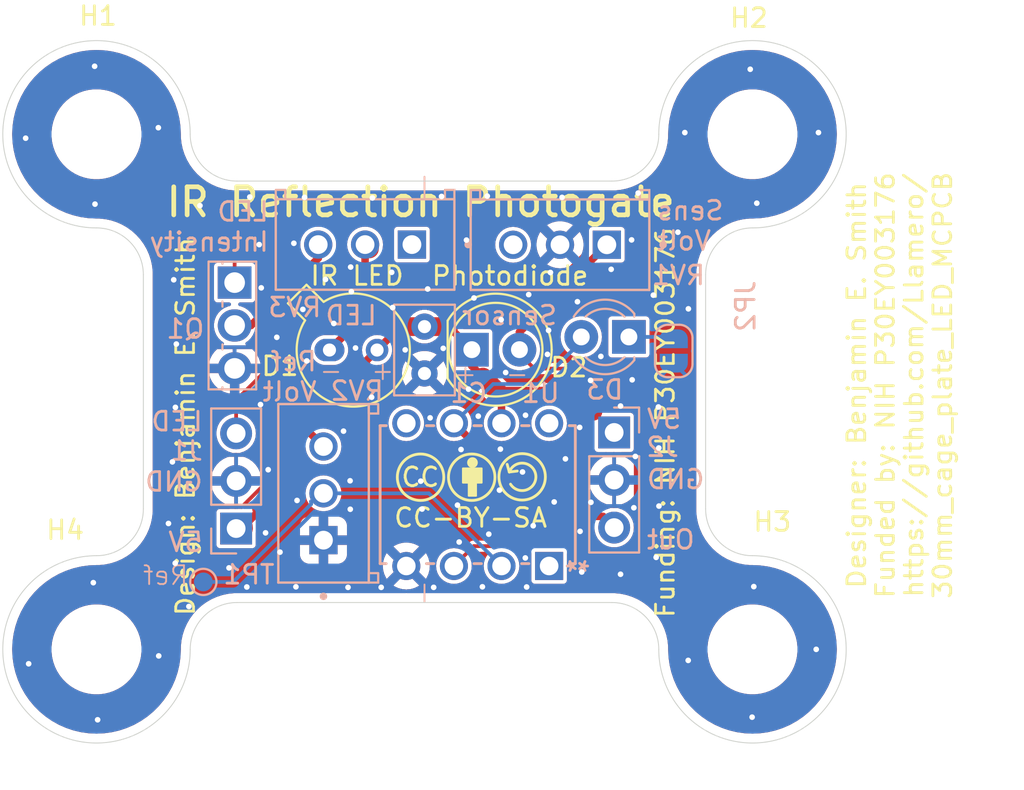
<source format=kicad_pcb>
(kicad_pcb (version 20240108) (generator "pcbnew") (generator_version "8.0")
  (layers (0 "F.Cu" signal) (31 "B.Cu" signal) (34 "B.Paste" user) (35 "F.Paste" user) (36 "B.SilkS" user "B.Silkscreen") (37 "F.SilkS" user "F.Silkscreen") (38 "B.Mask" user) (39 "F.Mask" user) (44 "Edge.Cuts" user))
  (net 0 "")
  (net 1 "/5V")
  (net 2 "GND")
  (net 3 "Net-(D1-K)")
  (net 4 "/Comp+")
  (net 5 "/LED control")
  (net 6 "/Trigger")
  (net 7 "Net-(Q1-D)")
  (net 9 "Net-(U1-VIN-)")
  (net 14 "Net-(D3-K)")
  (footprint "Custom:CC-BY-SA Symbol" (layer "F.Cu") (at 145.15 93.06)
    (property "Reference" "SYM1" (hide yes))
    (property "Value" "Logo_Open_Hardware_Small" (hide yes))
    (fp_line (start 1.76 -0.44) (end 1.875151 -0.02977) (stroke (width 0.15)) (layer "F.SilkS"))
    (fp_line (start 1.875151 -0.02977) (end 1.76 -0.44) (stroke (width 0.1)) (layer "F.SilkS"))
    (fp_line (start 1.875151 -0.02977) (end 2.3 -0.08) (stroke (width 0.15)) (layer "F.SilkS"))
    (fp_rect (start -0.6 -0.22) (end 0.4 0.54) (stroke (width 0.1)) (fill solid) (layer "F.SilkS"))
    (fp_rect (start -0.29 -0.18) (end 0.1 1.24) (stroke (width 0.1)) (fill solid) (layer "F.SilkS"))
    (fp_arc (start 1.875151 -0.02977) (mid 3.28884 0.157258) (end 1.940001 0.62) (stroke (width 0.15)) (layer "F.SilkS"))
    (fp_circle (center -2.86 0.25) (end -1.62 0.25) (stroke (width 0.15)) (fill none) (layer "F.SilkS"))
    (fp_circle (center -0.13 0.25) (end 1.11 0.25) (stroke (width 0.15)) (fill none) (layer "F.SilkS"))
    (fp_circle (center -0.09 -0.53) (end 0.145372 -0.53) (stroke (width 0.1)) (fill solid) (layer "F.SilkS"))
    (fp_circle (center 2.56 0.23) (end 3.8 0.23) (stroke (width 0.15)) (fill none) (layer "F.SilkS"))
    (fp_text user "CC" (at -3.97 0.83 0) (layer "F.SilkS") (effects (justify left bottom)))
    (fp_text user "CC-BY-SA" (at -4.36 3 0) (layer "F.SilkS") (effects (justify left bottom)))
  )
  (footprint "Custom:MountingHole_4.3mm_M4" (layer "F.Cu") (at 160 75)
    (property "Reference" "H2" (at -0.19 -6.21 0) (layer "F.SilkS"))
    (property "Value" "MountingHole")
    (pad "" np_thru_hole circle (at 0 0) (size 4.3 4.3) (drill 4.3) (layers "*.Cu" "*.Mask"))
  )
  (footprint "Custom:LED_D5.0mm - nIR" (layer "F.Cu") (at 145.025 86.5)
    (property "Reference" "D2" (at 5.175 0.95 0) (layer "F.SilkS"))
    (property "Value" "D_Photo")
    (fp_line (start -1.29 -1.545) (end -1.29 1.545) (stroke (width 0.12)) (layer "F.SilkS"))
    (fp_arc (start -1.29 -1.54483) (mid 2.072002 -2.880433) (end 4.26 0.000462) (stroke (width 0.12)) (layer "F.SilkS"))
    (fp_arc (start 4.26 -0.000462) (mid 2.072002 2.880433) (end -1.29 1.54483) (stroke (width 0.12)) (layer "F.SilkS"))
    (fp_circle (center 1.27 0) (end 3.77 0) (stroke (width 0.12)) (fill none) (layer "F.SilkS"))
    (pad "1" thru_hole rect (at 0 0) (size 1.8 1.8) (drill 0.9) (layers "*.Cu" "*.Mask") (net 1 "/5V"))
    (pad "2" thru_hole circle (at 2.54 0) (size 1.8 1.8) (drill 0.9) (layers "*.Cu" "*.Mask") (net 4 "/Comp+"))
  )
  (footprint "Custom:MountingHole_4.3mm_M4" (layer "F.Cu") (at 160 102.5)
    (property "Reference" "H3" (at 1.06 -6.81 0) (layer "F.SilkS"))
    (property "Value" "MountingHole")
    (pad "" np_thru_hole circle (at 0 0) (size 4.3 4.3) (drill 4.3) (layers "*.Cu" "*.Mask"))
  )
  (footprint "Custom:MountingHole_4.3mm_M4" (layer "F.Cu") (at 125 102.5)
    (property "Reference" "H4" (at -1.67 -6.37 0) (layer "F.SilkS"))
    (property "Value" "MountingHole")
    (pad "" np_thru_hole circle (at 0 0) (size 4.3 4.3) (drill 4.3) (layers "*.Cu" "*.Mask"))
  )
  (footprint "Custom:TO-46-2 - nIR" (layer "F.Cu") (at 137.429724 86.519724)
    (property "Reference" "D1" (at -2.64 0.86 0) (layer "F.SilkS"))
    (property "Value" "LED")
    (fp_line (start -2.214448 -2.494499) (end -1.302281 -1.582331) (stroke (width 0.12)) (layer "F.SilkS"))
    (fp_line (start -1.224499 -3.484448) (end -2.214448 -2.494499) (stroke (width 0.12)) (layer "F.SilkS"))
    (fp_line (start -0.312331 -2.572281) (end -1.224499 -3.484448) (stroke (width 0.12)) (layer "F.SilkS"))
    (fp_arc (start -0.312331 -2.572281) (mid 3.405374 2.135551) (end -1.30215 -1.582544) (stroke (width 0.12)) (layer "F.SilkS"))
    (pad "1" thru_hole oval (at 0 0) (size 1.6 1.2) (drill 0.7) (layers "*.Cu" "*.Mask") (net 3 "Net-(D1-K)"))
    (pad "2" thru_hole oval (at 2.54 0) (size 1.2 1.2) (drill 0.7) (layers "*.Cu" "*.Mask") (net 1 "/5V"))
  )
  (footprint "Custom:MountingHole_4.3mm_M4" (layer "F.Cu") (at 125 75)
    (property "Reference" "H1" (at 0.08 -6.32 0) (layer "F.SilkS"))
    (property "Value" "MountingHole")
    (pad "" np_thru_hole circle (at 0 0) (size 4.3 4.3) (drill 4.3) (layers "*.Cu" "*.Mask"))
  )
  (footprint "Custom:TRIM_PV36W503C01B00" (layer "B.Cu") (at 137.11 94.17 90)
    (property "Reference" "RV2" (at 5.47 1.79 180) (layer "B.SilkS") (effects (justify mirror)))
    (property "Value" "50k")
    (fp_line (start 4.765 -2.41) (end -4.765 -2.41) (stroke (width 0.127)) (layer "B.SilkS"))
    (fp_line (start -4.765 -2.41) (end -4.765 2.42) (stroke (width 0.127)) (layer "B.SilkS"))
    (fp_line (start 4.765 2.42) (end 4.765 -2.41) (stroke (width 0.127)) (layer "B.SilkS"))
    (fp_line (start -4.765 2.42) (end 4.765 2.42) (stroke (width 0.127)) (layer "B.SilkS"))
    (fp_rect (start 4.26 2.92) (end 4.765 2.42) (stroke (width 0.12)) (fill none) (layer "B.SilkS"))
    (fp_rect (start -4.765 2.92) (end -4.26 2.42) (stroke (width 0.12)) (fill none) (layer "B.SilkS"))
    (fp_circle (center -5.5 0) (end -5.4 0) (stroke (width 0.2)) (fill none) (layer "B.SilkS"))
    (pad "1" thru_hole rect (at -2.5 0 90) (size 1.508 1.508) (drill 1) (layers "*.Cu" "*.Mask") (net 2 "GND"))
    (pad "2" thru_hole circle (at 0 0 90) (size 1.508 1.508) (drill 1) (layers "*.Cu" "*.Mask") (net 9 "Net-(U1-VIN-)"))
    (pad "3" thru_hole circle (at 2.5 0 90) (size 1.508 1.508) (drill 1) (layers "*.Cu" "*.Mask") (net 1 "/5V"))
  )
  (footprint "Package_TO_SOT_THT:TO-251-3_Vertical" (layer "B.Cu") (at 132.37 82.92 -90)
    (property "Reference" "Q1" (at 2.47 2.63 180) (layer "B.SilkS") (effects (justify mirror)))
    (property "Value" "Q_NMOS_GDS")
    (fp_line (start 5.7 1.39) (end -1.12 1.39) (stroke (width 0.12)) (layer "B.SilkS"))
    (fp_line (start -1.009 0.651) (end -1.12 0.651) (stroke (width 0.12)) (layer "B.SilkS"))
    (fp_line (start 1.282 0.651) (end 1.009 0.651) (stroke (width 0.12)) (layer "B.SilkS"))
    (fp_line (start 3.572 0.651) (end 3.299 0.651) (stroke (width 0.12)) (layer "B.SilkS"))
    (fp_line (start 5.7 0.651) (end 5.589 0.651) (stroke (width 0.12)) (layer "B.SilkS"))
    (fp_line (start -1.12 -1.15) (end -1.12 1.39) (stroke (width 0.12)) (layer "B.SilkS"))
    (fp_line (start 5.7 -1.15) (end 5.7 1.39) (stroke (width 0.12)) (layer "B.SilkS"))
    (fp_line (start 5.7 -1.15) (end -1.12 -1.15) (stroke (width 0.12)) (layer "B.SilkS"))
    (pad "1" thru_hole rect (at 0 0 270) (size 1.7175 1.8) (drill 1.1) (layers "*.Cu" "*.Mask") (net 5 "/LED control"))
    (pad "2" thru_hole oval (at 2.29 0 270) (size 1.7175 1.8) (drill 1.1) (layers "*.Cu" "*.Mask") (net 7 "Net-(Q1-D)"))
    (pad "3" thru_hole oval (at 4.58 0 270) (size 1.7175 1.8) (drill 1.1) (layers "*.Cu" "*.Mask") (net 2 "GND"))
  )
  (footprint "Custom:PDIP8_300MC_MCH" (layer "B.Cu") (at 149.15 98.05 90)
    (property "Reference" "U1" (at 9.23 -0.45 0) (layer "B.SilkS") (effects (justify mirror)))
    (property "Value" "MCP6541")
    (fp_line (start 7.493 -9.017) (end 0.127 -9.017) (stroke (width 0.1524)) (layer "B.SilkS"))
    (fp_line (start 0.127 -9.017) (end 0.127 -8.694561) (stroke (width 0.1524)) (layer "B.SilkS"))
    (fp_line (start 7.493 -8.694561) (end 7.493 -9.017) (stroke (width 0.1524)) (layer "B.SilkS"))
    (fp_line (start 0.127 -6.545439) (end 0.127 -6.154561) (stroke (width 0.1524)) (layer "B.SilkS"))
    (fp_line (start 7.493 -6.154561) (end 7.493 -6.545439) (stroke (width 0.1524)) (layer "B.SilkS"))
    (fp_line (start 0.127 -4.005439) (end 0.127 -3.614561) (stroke (width 0.1524)) (layer "B.SilkS"))
    (fp_line (start 7.493 -3.614561) (end 7.493 -4.005439) (stroke (width 0.1524)) (layer "B.SilkS"))
    (fp_line (start 0.127 -1.465439) (end 0.127 -1.08204) (stroke (width 0.1524)) (layer "B.SilkS"))
    (fp_line (start 7.493 -1.074561) (end 7.493 -1.465439) (stroke (width 0.1524)) (layer "B.SilkS"))
    (fp_line (start 0.127 1.08204) (end 0.127 1.397) (stroke (width 0.1524)) (layer "B.SilkS"))
    (fp_line (start 7.493 1.397) (end 7.493 1.074561) (stroke (width 0.1524)) (layer "B.SilkS"))
    (fp_line (start 0.127 1.397) (end 7.493 1.397) (stroke (width 0.1524)) (layer "B.SilkS"))
    (fp_text user "*" (at 0 1.5113 -90) (layer "B.SilkS") (effects (justify mirror)))
    (fp_text user "*" (at 0 1.5113 90) (layer "B.SilkS") (effects (justify mirror)))
    (pad "1" thru_hole rect (at 0 0 90) (size 1.4986 1.4986) (drill 0.9906) (layers "*.Cu" "*.Mask"))
    (pad "2" thru_hole circle (at 0 -2.54 90) (size 1.4986 1.4986) (drill 0.9906) (layers "*.Cu" "*.Mask") (net 9 "Net-(U1-VIN-)"))
    (pad "3" thru_hole circle (at 0 -5.08 90) (size 1.4986 1.4986) (drill 0.9906) (layers "*.Cu" "*.Mask") (net 4 "/Comp+"))
    (pad "4" thru_hole circle (at 0 -7.62 90) (size 1.4986 1.4986) (drill 0.9906) (layers "*.Cu" "*.Mask") (net 2 "GND"))
    (pad "5" thru_hole circle (at 7.62 -7.62 90) (size 1.4986 1.4986) (drill 0.9906) (layers "*.Cu" "*.Mask"))
    (pad "6" thru_hole circle (at 7.62 -5.08 90) (size 1.4986 1.4986) (drill 0.9906) (layers "*.Cu" "*.Mask") (net 6 "/Trigger"))
    (pad "7" thru_hole circle (at 7.62 -2.54 90) (size 1.4986 1.4986) (drill 0.9906) (layers "*.Cu" "*.Mask") (net 1 "/5V"))
    (pad "8" thru_hole circle (at 7.62 0 90) (size 1.4986 1.4986) (drill 0.9906) (layers "*.Cu" "*.Mask"))
  )
  (footprint "TestPoint:TestPoint_Pad_D1.0mm" (layer "B.Cu") (at 130.7 98.9 180)
    (property "Reference" "TP1" (at -2.43 0.39 0) (layer "B.SilkS") (effects (justify mirror)))
    (property "Value" "TestPoint")
    (fp_circle (center 0 0) (end 0 -0.7) (stroke (width 0.12)) (fill none) (layer "B.SilkS"))
    (pad "1" smd circle (at 0 0 180) (size 1 1) (layers "B.Cu" "B.Mask") (net 9 "Net-(U1-VIN-)"))
  )
  (footprint "Connector_PinHeader_2.54mm:PinHeader_1x03_P2.54mm_Vertical" (layer "B.Cu") (at 132.45 96.05)
    (property "Reference" "J1" (at -2.65 -4.15 0) (layer "B.SilkS") (effects (justify mirror)))
    (property "Value" "Conn_01x03_Pin")
    (fp_line (start -1.33 -6.41) (end -1.33 -1.27) (stroke (width 0.12)) (layer "B.SilkS"))
    (fp_line (start -1.33 1.33) (end -1.33 0) (stroke (width 0.12)) (layer "B.SilkS"))
    (fp_line (start 0 1.33) (end -1.33 1.33) (stroke (width 0.12)) (layer "B.SilkS"))
    (fp_line (start 1.33 -6.41) (end -1.33 -6.41) (stroke (width 0.12)) (layer "B.SilkS"))
    (fp_line (start 1.33 -6.41) (end 1.33 -1.27) (stroke (width 0.12)) (layer "B.SilkS"))
    (fp_line (start 1.33 -1.27) (end -1.33 -1.27) (stroke (width 0.12)) (layer "B.SilkS"))
    (pad "1" thru_hole rect (at 0 0) (size 1.7 1.7) (drill 1) (layers "*.Cu" "*.Mask") (net 1 "/5V"))
    (pad "2" thru_hole oval (at 0 -2.54) (size 1.7 1.7) (drill 1) (layers "*.Cu" "*.Mask") (net 2 "GND"))
    (pad "3" thru_hole oval (at 0 -5.08) (size 1.7 1.7) (drill 1) (layers "*.Cu" "*.Mask") (net 5 "/LED control"))
  )
  (footprint "Custom:TRIM_PV36W503C01B00" (layer "B.Cu") (at 149.73 80.9 180)
    (property "Reference" "RV1" (at -6.32 -1.63 0) (layer "B.SilkS") (effects (justify mirror)))
    (property "Value" "50k")
    (fp_line (start 4.765 2.42) (end 4.765 -2.41) (stroke (width 0.127)) (layer "B.SilkS"))
    (fp_line (start 4.765 -2.41) (end -4.765 -2.41) (stroke (width 0.127)) (layer "B.SilkS"))
    (fp_line (start -4.765 2.42) (end 4.765 2.42) (stroke (width 0.127)) (layer "B.SilkS"))
    (fp_line (start -4.765 -2.41) (end -4.765 2.42) (stroke (width 0.127)) (layer "B.SilkS"))
    (fp_rect (start 4.26 2.92) (end 4.765 2.42) (stroke (width 0.12)) (fill none) (layer "B.SilkS"))
    (fp_rect (start -4.765 2.92) (end -4.26 2.42) (stroke (width 0.12)) (fill none) (layer "B.SilkS"))
    (fp_circle (center -5.5 0) (end -5.4 0) (stroke (width 0.2)) (fill none) (layer "B.SilkS"))
    (pad "1" thru_hole rect (at -2.5 0 180) (size 1.508 1.508) (drill 1) (layers "*.Cu" "*.Mask") (net 4 "/Comp+"))
    (pad "2" thru_hole circle (at 0 0 180) (size 1.508 1.508) (drill 1) (layers "*.Cu" "*.Mask") (net 2 "GND"))
    (pad "3" thru_hole circle (at 2.5 0 180) (size 1.508 1.508) (drill 1) (layers "*.Cu" "*.Mask"))
  )
  (footprint "Custom:TRIM_PV36W503C01B00" (layer "B.Cu") (at 139.33 80.89 180)
    (property "Reference" "RV3" (at 3.75 -3.35 0) (layer "B.SilkS") (effects (justify mirror)))
    (property "Value" "50k")
    (fp_line (start 4.765 2.42) (end 4.765 -2.41) (stroke (width 0.127)) (layer "B.SilkS"))
    (fp_line (start 4.765 -2.41) (end -4.765 -2.41) (stroke (width 0.127)) (layer "B.SilkS"))
    (fp_line (start -4.765 2.42) (end 4.765 2.42) (stroke (width 0.127)) (layer "B.SilkS"))
    (fp_line (start -4.765 -2.41) (end -4.765 2.42) (stroke (width 0.127)) (layer "B.SilkS"))
    (fp_rect (start 4.26 2.92) (end 4.765 2.42) (stroke (width 0.12)) (fill none) (layer "B.SilkS"))
    (fp_rect (start -4.765 2.92) (end -4.26 2.42) (stroke (width 0.12)) (fill none) (layer "B.SilkS"))
    (fp_circle (center -5.5 0) (end -5.4 0) (stroke (width 0.2)) (fill none) (layer "B.SilkS"))
    (pad "1" thru_hole rect (at -2.5 0 180) (size 1.508 1.508) (drill 1) (layers "*.Cu" "*.Mask"))
    (pad "2" thru_hole circle (at 0 0 180) (size 1.508 1.508) (drill 1) (layers "*.Cu" "*.Mask") (net 3 "Net-(D1-K)"))
    (pad "3" thru_hole circle (at 2.5 0 180) (size 1.508 1.508) (drill 1) (layers "*.Cu" "*.Mask") (net 7 "Net-(Q1-D)"))
  )
  (footprint "Connector_PinHeader_2.54mm:PinHeader_1x03_P2.54mm_Vertical" (layer "B.Cu") (at 152.62 90.92 180)
    (property "Reference" "J2" (at -2.58 -0.78 0) (layer "B.SilkS") (effects (justify mirror)))
    (property "Value" "Conn_01x03_Pin" (hide yes))
    (fp_line (start 1.33 -1.27) (end -1.33 -1.27) (stroke (width 0.12)) (layer "B.SilkS"))
    (fp_line (start 1.33 -6.41) (end 1.33 -1.27) (stroke (width 0.12)) (layer "B.SilkS"))
    (fp_line (start 1.33 -6.41) (end -1.33 -6.41) (stroke (width 0.12)) (layer "B.SilkS"))
    (fp_line (start 0 1.33) (end -1.33 1.33) (stroke (width 0.12)) (layer "B.SilkS"))
    (fp_line (start -1.33 1.33) (end -1.33 0) (stroke (width 0.12)) (layer "B.SilkS"))
    (fp_line (start -1.33 -6.41) (end -1.33 -1.27) (stroke (width 0.12)) (layer "B.SilkS"))
    (pad "1" thru_hole rect (at 0 0 180) (size 1.7 1.7) (drill 1) (layers "*.Cu" "*.Mask") (net 1 "/5V"))
    (pad "2" thru_hole oval (at 0 -2.54 180) (size 1.7 1.7) (drill 1) (layers "*.Cu" "*.Mask") (net 2 "GND"))
    (pad "3" thru_hole oval (at 0 -5.08 180) (size 1.7 1.7) (drill 1) (layers "*.Cu" "*.Mask") (net 6 "/Trigger"))
  )
  (footprint "LED_THT:LED_D3.0mm" (layer "B.Cu") (at 153.405 85.82 180)
    (property "Reference" "D3" (at 1.285 -2.82 0) (layer "B.SilkS") (effects (justify mirror)))
    (property "Value" "LED")
    (fp_line (start -0.29 1.08) (end -0.29 1.236) (stroke (width 0.12)) (layer "B.SilkS"))
    (fp_line (start -0.29 -1.236) (end -0.29 -1.08) (stroke (width 0.12)) (layer "B.SilkS"))
    (fp_arc (start 2.942335 1.078608) (mid 1.366487 1.987659) (end -0.29 1.235516) (stroke (width 0.12)) (layer "B.SilkS"))
    (fp_arc (start 2.31113 1.079837) (mid 1.270117 1.5) (end 0.229039 1.08) (stroke (width 0.12)) (layer "B.SilkS"))
    (fp_arc (start 0.229039 -1.08) (mid 1.270117 -1.5) (end 2.31113 -1.079837) (stroke (width 0.12)) (layer "B.SilkS"))
    (fp_arc (start -0.29 -1.235516) (mid 1.366487 -1.987659) (end 2.942335 -1.078608) (stroke (width 0.12)) (layer "B.SilkS"))
    (pad "1" thru_hole rect (at 0 0 180) (size 1.8 1.8) (drill 0.9) (layers "*.Cu" "*.Mask") (net 14 "Net-(D3-K)"))
    (pad "2" thru_hole circle (at 2.54 0 180) (size 1.8 1.8) (drill 0.9) (layers "*.Cu" "*.Mask") (net 6 "/Trigger"))
  )
  (footprint "Capacitor_THT:C_Rect_L4.6mm_W3.0mm_P2.50mm_MKS02_FKP02" (layer "B.Cu") (at 142.5 85.27 -90)
    (property "Reference" "C1" (at 3.55 -2.36 0) (layer "B.SilkS") (effects (justify mirror)))
    (property "Value" "100nF")
    (fp_line (start 3.67 1.62) (end -1.17 1.62) (stroke (width 0.12)) (layer "B.SilkS"))
    (fp_line (start -1.17 -1.62) (end -1.17 1.62) (stroke (width 0.12)) (layer "B.SilkS"))
    (fp_line (start 3.67 -1.62) (end 3.67 1.62) (stroke (width 0.12)) (layer "B.SilkS"))
    (fp_line (start 3.67 -1.62) (end -1.17 -1.62) (stroke (width 0.12)) (layer "B.SilkS"))
    (pad "1" thru_hole circle (at 0 0 270) (size 1.4 1.4) (drill 0.7) (layers "*.Cu" "*.Mask") (net 1 "/5V"))
    (pad "2" thru_hole circle (at 2.5 0 270) (size 1.4 1.4) (drill 0.7) (layers "*.Cu" "*.Mask") (net 2 "GND"))
  )
  (footprint "Jumper:SolderJumper-2_P1.3mm_Open_RoundedPad1.0x1.5mm" (layer "B.Cu") (at 155.8 86.57 90)
    (property "Reference" "JP2" (at 2.39 3.83 90) (layer "B.SilkS") (effects (justify mirror)))
    (property "Value" "Jumper_2_Open")
    (fp_line (start -0.7 -1) (end 0.7 -1) (stroke (width 0.12)) (layer "B.SilkS"))
    (fp_line (start 1.4 -0.3) (end 1.4 0.3) (stroke (width 0.12)) (layer "B.SilkS"))
    (fp_line (start -1.4 0.3) (end -1.4 -0.3) (stroke (width 0.12)) (layer "B.SilkS"))
    (fp_line (start 0.7 1) (end -0.7 1) (stroke (width 0.12)) (layer "B.SilkS"))
    (fp_arc (start 0.7 -1) (mid 1.194975 -0.794975) (end 1.4 -0.3) (stroke (width 0.12)) (layer "B.SilkS"))
    (fp_arc (start -1.4 -0.3) (mid -1.194975 -0.794975) (end -0.7 -1) (stroke (width 0.12)) (layer "B.SilkS"))
    (fp_arc (start 1.4 0.3) (mid 1.194975 0.794975) (end 0.7 1) (stroke (width 0.12)) (layer "B.SilkS"))
    (fp_arc (start -0.7 1) (mid -1.194975 0.794975) (end -1.4 0.3) (stroke (width 0.12)) (layer "B.SilkS"))
    (pad "1" smd custom (at -0.65 0 90) (size 1 0.5) (layers "B.Cu" "B.Mask") (net 2 "GND") (thermal_bridge_width 0.2) (thermal_gap 0.2) (options (clearance outline) (anchor rect)) (primitives (gr_circle (center 0 -0.25) (end 0.5 -0.25) (width 0) (fill yes)) (gr_circle (center 0 0.25) (end 0.5 0.25) (width 0) (fill yes)) (gr_poly (pts (xy 0.5 -0.75) (xy 0 -0.75) (xy 0 0.75) (xy 0.5 0.75)) (width 0) (fill yes))))
    (pad "2" smd custom (at 0.65 0 90) (size 1 0.5) (layers "B.Cu" "B.Mask") (net 14 "Net-(D3-K)") (options (clearance outline) (anchor rect)) (primitives (gr_circle (center 0 -0.25) (end 0.5 -0.25) (width 0) (fill yes)) (gr_circle (center 0 0.25) (end 0.5 0.25) (width 0) (fill yes)) (gr_poly (pts (xy 0 -0.75) (xy -0.5 -0.75) (xy -0.5 0.75) (xy 0 0.75)) (width 0) (fill yes))))
  )
  (gr_line (start 142.5 78.49) (end 142.5 77.27) (stroke (width 0.1)) (layer "B.SilkS"))
  (gr_line (start 142.5 99.04) (end 142.5 99.96) (stroke (width 0.1)) (layer "B.SilkS"))
  (gr_arc (start 130 102.5) (mid 121.464466 106.035534) (end 125 97.5) (stroke (width 0.05)) (layer "Edge.Cuts"))
  (gr_arc (start 160 97.5) (mid 158.232233 96.767767) (end 157.5 95) (stroke (width 0.05)) (layer "Edge.Cuts"))
  (gr_arc (start 155 75) (mid 163.535534 71.464466) (end 160 80) (stroke (width 0.05)) (layer "Edge.Cuts"))
  (gr_line (start 127.5 95) (end 127.5 82.5) (stroke (width 0.05)) (layer "Edge.Cuts"))
  (gr_line (start 152.5 100) (end 132.5 100) (stroke (width 0.05)) (layer "Edge.Cuts"))
  (gr_arc (start 125 80) (mid 121.464466 71.464466) (end 130 75) (stroke (width 0.05)) (layer "Edge.Cuts"))
  (gr_arc (start 130 102.5) (mid 130.732233 100.732233) (end 132.5 100) (stroke (width 0.05)) (layer "Edge.Cuts"))
  (gr_arc (start 125 80) (mid 126.767767 80.732233) (end 127.5 82.5) (stroke (width 0.05)) (layer "Edge.Cuts"))
  (gr_arc (start 155 75) (mid 154.267767 76.767767) (end 152.5 77.5) (stroke (width 0.05)) (layer "Edge.Cuts"))
  (gr_arc (start 127.5 95) (mid 126.767767 96.767767) (end 125 97.5) (stroke (width 0.05)) (layer "Edge.Cuts"))
  (gr_arc (start 132.5 77.5) (mid 130.732233 76.767767) (end 130 75) (stroke (width 0.05)) (layer "Edge.Cuts"))
  (gr_arc (start 152.5 100) (mid 154.267767 100.732233) (end 155 102.5) (stroke (width 0.05)) (layer "Edge.Cuts"))
  (gr_line (start 132.5 77.5) (end 152.5 77.5) (stroke (width 0.05)) (layer "Edge.Cuts"))
  (gr_line (start 157.5 82.5) (end 157.5 95) (stroke (width 0.05)) (layer "Edge.Cuts"))
  (gr_arc (start 157.5 82.5) (mid 158.232233 80.732233) (end 160 80) (stroke (width 0.05)) (layer "Edge.Cuts"))
  (gr_arc (start 160 97.5) (mid 163.535534 106.035534) (end 155 102.5) (stroke (width 0.05)) (layer "Edge.Cuts"))
  (gr_text "-  +" (at 148.13 88.37 0) (layer "B.SilkS") (effects (font (size 1 1) (thickness 0.1)) (justify left bottom mirror)))
  (gr_text "Sens\nVolt" (at 154.82 81.27 0) (layer "B.SilkS") (effects (font (size 1 1)) (justify right bottom mirror)))
  (gr_text "5V\n\nGND\n\nOut" (at 154.28 97.23 0) (layer "B.SilkS") (effects (font (size 1 1)) (justify right bottom mirror)))
  (gr_text "+  -" (at 140.96 88.2 0) (layer "B.SilkS") (effects (font (size 1 1) (thickness 0.1)) (justify left bottom mirror)))
  (gr_text "Sensor      LED" (at 149.66 85.26 0) (layer "B.SilkS") (effects (font (size 1 1)) (justify left bottom mirror)))
  (gr_text "LED\n\nGND\n\n5V" (at 130.75 97.36 0) (layer "B.SilkS") (effects (font (size 1 1)) (justify left bottom mirror)))
  (gr_text "Ref\nVolt" (at 136.83 89.33 0) (layer "B.SilkS") (effects (font (size 1 1)) (justify left bottom mirror)))
  (gr_text "Ref" (at 129.97 99.14 0) (layer "B.SilkS") (effects (font (size 1 1) (thickness 0.1)) (justify left bottom mirror)))
  (gr_text "LED\nIntensity" (at 134.27 81.33 0) (layer "B.SilkS") (effects (font (size 1 1)) (justify left bottom mirror)))
  (gr_text "IR Reflection Photogate" (at 142.3 79.5 0) (layer "F.SilkS") (effects (font (size 1.5 1.5) (thickness 0.25) (bold yes)) (justify bottom)))
  (gr_text "Design: Benjamin E. Smith" (at 130.3 90.6 90) (layer "F.SilkS") (effects (font (size 0.95 1)) (justify bottom)))
  (gr_text "Designer: Benjamin E. Smith\nFunded by: NIH P30EY003176\nhttps://github.com/Llamero/\n30mm_cage_plate_LED_MCPCB" (at 170.7 88.4 90) (layer "F.SilkS") (effects (font (size 0.95 1)) (justify bottom)))
  (gr_text "Funding: NIH P30EY003176" (at 155.9 90.4 90) (layer "F.SilkS") (effects (font (size 0.95 1)) (justify bottom)))
  (gr_text "IR LED  Photodiode" (at 143.83 83.14 0) (layer "F.SilkS") (effects (font (size 1 1)) (justify bottom)))
  (segment (start 135.16 91.484214) (end 135.165786 91.484214) (width 1) (layer "F.Cu") (net 1))
  (segment (start 137.11 91.67) (end 136.08 90.64) (width 0.4) (layer "F.Cu") (net 1))
  (segment (start 141.219448 85.27) (end 141.219448 85.270552) (width 1) (layer "F.Cu") (net 1))
  (segment (start 139.93 86.559448) (end 139.969724 86.519724) (width 1) (layer "F.Cu") (net 1))
  (segment (start 142.5 85.27) (end 141.219448 85.27) (width 1) (layer "F.Cu") (net 1))
  (segment (start 150.6807 88.9807) (end 151.49 89.79) (width 1) (layer "F.Cu") (net 1))
  (segment (start 145.025 86.5) (end 145.025 87.370786) (width 0.4) (layer "F.Cu") (net 1))
  (segment (start 135.165786 91.484214) (end 136.08 90.57) (width 1) (layer "F.Cu") (net 1))
  (segment (start 146.594214 88.94) (end 145.617107 87.962893) (width 1) (layer "F.Cu") (net 1))
  (segment (start 146.61 88.94) (end 146.594214 88.94) (width 1) (layer "F.Cu") (net 1))
  (segment (start 132.73 96.05) (end 133.805 94.975) (width 0.4) (layer "F.Cu") (net 1))
  (segment (start 140.889448 85.6) (end 140.89 85.6) (width 0.4) (layer "F.Cu") (net 1))
  (segment (start 141.219448 85.270552) (end 140.89 85.6) (width 1) (layer "F.Cu") (net 1))
  (segment (start 136.08 90.57) (end 139.18 87.47) (width 1) (layer "F.Cu") (net 1))
  (segment (start 136.08 90.64) (end 136.08 90.57) (width 0.4) (layer "F.Cu") (net 1))
  (segment (start 135.16 91.484214) (end 135.16 93.62) (width 1) (layer "F.Cu") (net 1))
  (segment (start 139.969724 86.519724) (end 139.18 87.309448) (width 0.4) (layer "F.Cu") (net 1))
  (segment (start 146.6507 88.9807) (end 146.61 88.94) (width 1) (layer "F.Cu") (net 1))
  (segment (start 152.62 90.92) (end 152.62 90.855) (width 1) (layer "F.Cu") (net 1))
  (segment (start 142.5 85.27) (end 143.795 85.27) (width 1) (layer "F.Cu") (net 1))
  (segment (start 139.969724 86.519724) (end 140.889448 85.6) (width 0.4) (layer "F.Cu") (net 1))
  (segment (start 132.835786 96.05) (end 132.835786 95.944214) (width 1) (layer "F.Cu") (net 1))
  (segment (start 132.45 96.05) (end 132.73 96.05) (width 0.4) (layer "F.Cu") (net 1))
  (segment (start 145.025 87.370786) (end 145.617107 87.962893) (width 0.4) (layer "F.Cu") (net 1))
  (segment (start 145.025 86.5) (end 143.795 85.27) (width 0.4) (layer "F.Cu") (net 1))
  (segment (start 135.16 93.62) (end 133.805 94.975) (width 1) (layer "F.Cu") (net 1))
  (segment (start 139.18 87.309448) (end 139.18 87.47) (width 0.4) (layer "F.Cu") (net 1))
  (segment (start 150.6807 88.9807) (end 146.6507 88.9807) (width 1) (layer "F.Cu") (net 1))
  (segment (start 152.62 90.92) (end 151.49 89.79) (width 0.2) (layer "F.Cu") (net 1))
  (segment (start 132.45 96.05) (end 132.835786 96.05) (width 1) (layer "F.Cu") (net 1))
  (segment (start 146.61 90.43) (end 146.61 88.94) (width 0.4) (layer "F.Cu") (net 1))
  (segment (start 152.62 94.83) (end 152.6 94.85) (width 0.2) (layer "F.Cu") (net 2))
  (segment (start 150.741447 81.681447) (end 150.601447 81.821447) (width 0.2) (layer "F.Cu") (net 2))
  (segment (start 151.084315 79.565685) (end 151.23 79.42) (width 0.2) (layer "F.Cu") (net 2))
  (segment (start 152.62 92.09) (end 152.6 92.07) (width 0.2) (layer "F.Cu") (net 2))
  (segment (start 151.25 94.85) (end 152.6 94.85) (width 0.2) (layer "F.Cu") (net 2))
  (segment (start 132.08 94.9) (end 131.55 94.9) (width 0.2) (layer "F.Cu") (net 2))
  (segment (start 149.73 80.92) (end 150.404315 81.594315) (width 0.2) (layer "F.Cu") (net 2))
  (segment (start 132.45 92.13) (end 132.46 92.12) (width 0.2) (layer "F.Cu") (net 2))
  (segment (start 144.36 96.22) (end 144.63 96.49) (width 0.4) (layer "F.Cu") (net 2))
  (segment (start 151.084315 80.914315) (end 151.084315 81.338579) (width 0.2) (layer "F.Cu") (net 2))
  (segment (start 153.84 92.07) (end 153.87 92.1) (width 0.2) (layer "F.Cu") (net 2))
  (segment (start 149.73 80.9) (end 149.73 80.92) (width 0.2) (layer "F.Cu") (net 2))
  (segment (start 152.62 93.46) (end 153.81 93.46) (width 0.4) (layer "F.Cu") (net 2))
  (segment (start 151.342233 96.49) (end 152.102233 97.25) (width 0.4) (layer "F.Cu") (net 2))
  (segment (start 129.42 92.12) (end 132.46 92.12) (width 0.2) (layer "F.Cu") (net 2))
  (segment (start 141.53 98.05) (end 141.53 98.07) (width 0.4) (layer "F.Cu") (net 2))
  (segment (start 144.63 96.49) (end 151.342233 96.49) (width 0.4) (layer "F.Cu") (net 2))
  (segment (start 134.62 87.032233) (end 132.126116 89.526117) (width 0.2) (layer "F.Cu") (net 2))
  (segment (start 153.82 94.85) (end 153.87 94.9) (width 0.2) (layer "F.Cu") (net 2))
  (segment (start 152.01 88.01) (end 151.61 88.01) (width 0.2) (layer "F.Cu") (net 2))
  (segment (start 151.084315 81.338579) (end 150.741447 81.681447) (width 0.2) (layer "F.Cu") (net 2))
  (segment (start 134.62 85.84) (end 134.62 87.032233) (width 0.2) (layer "F.Cu") (net 2))
  (segment (start 129.42875 86.36875) (end 132.4 86.36875) (width 0.2) (layer "F.Cu") (net 2))
  (segment (start 132.46 92.12) (end 133.56 92.12) (width 0.2) (layer "F.Cu") (net 2))
  (segment (start 136.896656 85.58) (end 137.56 85.58) (width 0.2) (layer "F.Cu") (net 2))
  (segment (start 152.62 93.46) (end 152.62 94.83) (width 0.2) (layer "F.Cu") (net 2))
  (segment (start 150.601447 81.821447) (end 149.782894 82.64) (width 0.2) (layer "F.Cu") (net 2))
  (segment (start 152.62 93.46) (end 152.62 92.09) (width 0.2) (layer "F.Cu") (net 2))
  (segment (start 132.4 86.36875) (end 134.09125 86.36875) (width 0.2) (layer "F.Cu") (net 2))
  (segment (start 132.45 94.85) (end 132.4 94.9) (width 0.2) (layer "F.Cu") (net 2))
  (segment (start 153.87 93.4) (end 153.87 92.1) (width 0.4) (layer "F.Cu") (net 2))
  (segment (start 153.81 93.46) (end 153.87 93.4) (width 0.4) (layer "F.Cu") (net 2))
  (segment (start 134.09125 86.36875) (end 134.62 85.84) (width 0.2) (layer "F.Cu") (net 2))
  (segment (start 133.56 92.31) (end 134.16 92.91) (width 0.2) (layer "F.Cu") (net 2))
  (segment (start 133.56 92.12) (end 133.56 92.31) (width 0.2) (layer "F.Cu") (net 2))
  (segment (start 151.2 94.9) (end 151.25 94.85) (width 0.2) (layer "F.Cu") (net 2))
  (segment (start 136.22 86.256656) (end 136.896656 85.58) (width 0.2) (layer "F.Cu") (net 2))
  (segment (start 149.22 82.38) (end 149.61863 82.38) (width 0.2) (layer "F.Cu") (net 2))
  (segment (start 129.26 86.2) (end 129.42875 86.36875) (width 0.2) (layer "F.Cu") (net 2))
  (segment (start 153.87 96.53) (end 153.87 94.9) (width 0.4) (layer "F.Cu") (net 2))
  (segment (start 152.102233 97.25) (end 153.15 97.25) (width 0.4) (layer "F.Cu") (net 2))
  (segment (start 141.55 98.05) (end 141.9 98.4) (width 0.4) (layer "F.Cu") (net 2))
  (segment (start 150.404315 81.594315) (end 150.404315 81.624315) (width 0.2) (layer "F.Cu") (net 2))
  (segment (start 132.74863 94.9) (end 134.124315 93.524315) (width 0.2) (layer "F.Cu") (net 2))
  (segment (start 132.4 94.9) (end 132.74863 94.9) (width 0.2) (layer "F.Cu") (net 2))
  (segment (start 150.9 94.6) (end 151.2 94.9) (width 0.2) (layer "F.Cu") (net 2))
  (segment (start 132.37 87.5) (end 132.37 86.39875) (width 0.2) (layer "F.Cu") (net 2))
  (segment (start 132.45 93.51) (end 132.45 92.13) (width 0.2) (layer "F.Cu") (net 2))
  (segment (start 153.15 97.25) (end 153.87 96.53) (width 0.4) (layer "F.Cu") (net 2))
  (segment (start 147.016522 88.01) (end 146.806522 87.8) (width 0.4) (layer "F.Cu") (net 2))
  (segment (start 132.37 86.39875) (end 132.4 86.36875) (width 0.2) (layer "F.Cu") (net 2))
  (segment (start 153.87 94.9) (end 153.87 93.4) (width 0.4) (layer "F.Cu") (net 2))
  (segment (start 136.22 87.1) (end 136.22 86.256656) (width 0.2) (layer "F.Cu") (net 2))
  (segment (start 132.45 93.51) (end 132.45 94.85) (width 0.2) (layer "F.Cu") (net 2))
  (segment (start 152.17 92.07) (end 153.84 92.07) (width 0.2) (layer "F.Cu") (net 2))
  (segment (start 149.782894 82.64) (end 149.76 82.64) (width 0.2) (layer "F.Cu") (net 2))
  (segment (start 153.87 89.87) (end 152.01 88.01) (width 0.2) (layer "F.Cu") (net 2))
  (segment (start 150.404315 81.624315) (end 150.601447 81.821447) (width 0.2) (layer "F.Cu") (net 2))
  (segment (start 150.1 94.6) (end 150.9 94.6) (width 0.2) (layer "F.Cu") (net 2))
  (segment (start 152.6 94.85) (end 153.82 94.85) (width 0.2) (layer "F.Cu") (net 2))
  (segment (start 150.02 92.33) (end 150.1 92.41) (width 0.2) (layer "F.Cu") (net 2))
  (segment (start 132.08 94.9) (end 132.4 94.9) (width 0.2) (layer "F.Cu") (net 2))
  (segment (start 151.084315 80.914315) (end 151.084315 79.565685) (width 0.2) (layer "F.Cu") (net 2))
  (segment (start 129.05 92.49) (end 129.42 92.12) (width 0.2) (layer "F.Cu") (net 2))
  (segment (start 153.87 92.1) (end 153.87 89.87) (width 0.2) (layer "F.Cu") (net 2))
  (segment (start 151.61 88.01) (end 147.016522 88.01) (width 0.4) (layer "F.Cu") (net 2))
  (segment (start 141.53 98.05) (end 141.55 98.05) (width 0.4) (layer "F.Cu") (net 2))
  (segment (start 150.1 92.41) (end 150.1 94.6) (width 0.2) (layer "F.Cu") (net 2))
  (via (at 151.36 88.14) (size 0.6) (drill 0.3) (layers "F.Cu" "B.Cu") (net 2))
  (via (at 142.99 99.19) (size 0.6) (drill 0.3) (layers "F.Cu" "B.Cu") (net 2))
  (via (at 130.52 78.81) (size 0.6) (drill 0.3) (layers "F.Cu" "B.Cu") (net 2))
  (via (at 121.22 75.21) (size 0.6) (drill 0.3) (layers "F.Cu" "B.Cu") (net 2))
  (via (at 144.45 91.83) (size 0.6) (drill 0.3) (layers "F.Cu" "B.Cu") (net 2))
  (via (at 154.71 83.59) (size 0.6) (drill 0.3) (layers "F.Cu" "B.Cu") (net 2))
  (via (at 153.9 78.14) (size 0.6) (drill 0.3) (layers "F.Cu" "B.Cu") (net 2))
  (via (at 149.06 86.75) (size 0.6) (drill 0.3) (layers "F.Cu" "B.Cu") (net 2))
  (via (at 143.41 78.32) (size 0.6) (drill 0.3) (layers "F.Cu" "B.Cu") (net 2))
  (via (at 156.39 74.91) (size 0.6) (drill 0.3) (layers "F.Cu" "B.Cu") (net 2))
  (via (at 124.9 71.37) (size 0.6) (drill 0.3) (layers "F.Cu" "B.Cu") (net 2))
  (via (at 150.02 92.33) (size 0.6) (drill 0.3) (layers "F.Cu" "B.Cu") (net 2))
  (via (at 140.8 84.25) (size 0.6) (drill 0.3) (layers "F.Cu" "B.Cu") (net 2))
  (via (at 159.98 106.12) (size 0.6) (drill 0.3) (layers "F.Cu" "B.Cu") (net 2))
  (via (at 156.57 103.09) (size 0.6) (drill 0.3) (layers "F.Cu" "B.Cu") (net 2))
  (via (at 139.68 89.04) (size 0.6) (drill 0.3) (layers "F.Cu" "B.Cu") (net 2))
  (via (at 150.8 96.2) (size 0.6) (drill 0.3) (layers "F.Cu" "B.Cu") (net 2))
  (via (at 140.75 82.37) (size 0.6) (drill 0.3) (layers "F.Cu" "B.Cu") (net 2))
  (via (at 147.95 99.17) (size 0.6) (drill 0.3) (layers "F.Cu" "B.Cu") (net 2))
  (via (at 144.26 94.8) (size 0.6) (drill 0.3) (layers "F.Cu" "B.Cu") (net 2))
  (via (at 146.55 91.81) (size 0.6) (drill 0.3) (layers "F.Cu" "B.Cu") (net 2))
  (via (at 138.54 95.02) (size 0.6) (drill 0.3) (layers "F.Cu" "B.Cu") (net 2))
  (via (at 133.02 99.17) (size 0.6) (drill 0.3) (layers "F.Cu" "B.Cu") (net 2))
  (via (at 136.01 84.35) (size 0.6) (drill 0.3) (layers "F.Cu" "B.Cu") (net 2))
  (via (at 145.59 99.16) (size 0.6) (drill 0.3) (layers "F.Cu" "B.Cu") (net 2))
  (via (at 125.06 106.26) (size 0.6) (drill 0.3) (layers "F.Cu" "B.Cu") (net 2))
  (via (at 153.75 92.2) (size 0.6) (drill 0.3) (layers "F.Cu" "B.Cu") (net 2))
  (via (at 155 91.75) (size 0.6) (drill 0.3) (layers "F.Cu" "B.Cu") (net 2))
  (via (at 152.46 82.21) (size 0.6) (drill 0.3) (layers "F.Cu" "B.Cu") (net 2))
  (via (at 149.12 85.47) (size 0.6) (drill 0.3) (layers "F.Cu" "B.Cu") (net 2))
  (via (at 124.92 78.73) (size 0.6) (drill 0.3) (layers "F.Cu" "B.Cu") (net 2))
  (via (at 133.79 83.2) (size 0.6) (drill 0.3) (layers "F.Cu" "B.Cu") (net 2))
  (via (at 129.2 97.9) (size 0.6) (drill 0.3) (layers "F.Cu" "B.Cu") (net 2))
  (via (at 133.18 78.35) (size 0.6) (drill 0.3) (layers "F.Cu" "B.Cu") (net 2))
  (via (at 137.22 82.75) (size 0.6) (drill 0.3) (layers "F.Cu" "B.Cu") (net 2))
  (via (at 133.68 80.89) (size 0.6) (drill 0.3) (layers "F.Cu" "B.Cu") (net 2))
  (via (at 135.64 99.16) (size 0.6) (drill 0.3) (layers "F.Cu" "B.Cu") (net 2))
  (via (at 138.42 99.19) (size 0.6) (drill 0.3) (layers "F.Cu" "B.Cu") (net 2))
  (via (at 163.4 102.5) (size 0.6) (drill 0.3) (layers "F.Cu" "B.Cu") (net 2))
  (via (at 146.83 87.72) (size 0.6) (drill 0.3) (layers "F.Cu" "B.Cu") (net 2))
  (via (at 152.96 89.51) (size 0.6) (drill 0.3) (layers "F.Cu" "B.Cu") (net 2))
  (via (at 151.38 94.65) (size 0.6) (drill 0.3) (layers "F.Cu" "B.Cu") (net 2))
  (via (at 153.55 80.64) (size 0.6) (drill 0.3) (layers "F.Cu" "B.Cu") (net 2))
  (via (at 142.67 83.26) (size 0.6) (drill 0.3) (layers "F.Cu" "B.Cu") (net 2))
  (via (at 144.35 96.77) (size 0.6) (drill 0.3) (layers "F.Cu" "B.Cu") (net 2))
  (via (at 142.8 90.14) (size 0.6) (drill 0.3) (layers "F.Cu" "B.Cu") (net 2))
  (via (at 145.93 96.35) (size 0.6) (drill 0.3) (layers "F.Cu" "B.Cu") (net 2))
  (via (at 129.26 86.2) (size 0.6) (drill 0.3) (layers "F.Cu" "B.Cu") (net 2))
  (via (at 144.85 88.61) (size 0.6) (drill 0.3) (layers "F.Cu" "B.Cu") (net 2))
  (via (at 147.73 93.03) (size 0.6) (drill 0.3) (layers "F.Cu" "B.Cu") (net 2))
  (via (at 129.93 100.21) (size 0.6) (drill 0.3) (layers "F.Cu" "B.Cu") (net 2))
  (via (at 138.53 93.5) (size 0.6) (drill 0.3) (layers "F.Cu" "B.Cu") (net 2))
  (via (at 129.12 82.77) (size 0.6) (drill 0.3) (layers "F.Cu" "B.Cu") (net 2))
  (via (at 134.02 96.28) (size 0.6) (drill 0.3) (layers "F.Cu" "B.Cu") (net 2))
  (via (at 121.38 103.27) (size 0.6) (drill 0.3) (layers "F.Cu" "B.Cu") (net 2))
  (via (at 133.75 89.43) (size 0.6) (drill 0.3) (layers "F.Cu" "B.Cu") (net 2))
  (via (at 150.89 98.37) (size 0.6) (drill 0.3) (layers "F.Cu" "B.Cu") (net 2))
  (via (at 148.3 95.9) (size 0.6) (drill 0.3) (layers "F.Cu" "B.Cu") (net 2))
  (via (at 139.72 78.4) (size 0.6) (drill 0.3) (layers "F.Cu" "B.Cu") (net 2))
  (via (at 160.07 99.15) (size 0.6) (drill 0.3) (layers "F.Cu" "B.Cu") (net 2))
  (via (at 147.88 97.62) (size 0.6) (drill 0.3) (layers "F.Cu" "B.Cu") (net 2))
  (via (at 134.79 97.31) (size 0.6) (drill 0.3) (layers "F.Cu" "B.Cu") (net 2))
  (via (at 149.84 78.37) (size 0.6) (drill 0.3) (layers "F.Cu" "B.Cu") (net 2))
  (via (at 150.78 90.65) (size 0.6) (drill 0.3) (layers "F.Cu" "B.Cu") (net 2))
  (via (at 124.83 98.94) (size 0.6) (drill 0.3) (layers "F.Cu" "B.Cu") (net 2))
  (via (at 141.47 86.51) (size 0.6) (drill 0.3) (layers "F.Cu" "B.Cu") (net 2))
  (via (at 138.6 83.4) (size 0.6) (drill 0.3) (layers "F.Cu" "B.Cu") (net 2))
  (via (at 148.06 83.56) (size 0.6) (drill 0.3) (layers "F.Cu" "B.Cu") (net 2))
  (via (at 154.98 89.56) (size 0.6) (drill 0.3) (layers "F.Cu" "B.Cu") (net 2))
  (via (at 129.21 89.58) (size 0.6) (drill 0.3) (layers "F.Cu" "B.Cu") (net 2))
  (via (at 145.85 78.3) (size 0.6) (drill 0.3) (layers "F.Cu" "B.Cu") (net 2))
  (via (at 154.86 97.59) (size 0.6) (drill 0.3) (layers "F.Cu" "B.Cu") (net 2))
  (via (at 135.7 94.55) (size 0.6) (drill 0.3) (layers "F.Cu" "B.Cu") (net 2))
  (via (at 144.74 80.65) (size 0.6) (drill 0.3) (layers "F.Cu" "B.Cu") (net 2))
  (via (at 143.5 86.43) (size 0.6) (drill 0.3) (layers "F.Cu" "B.Cu") (net 2))
  (via (at 152.96 98.49) (size 0.6) (drill 0.3) (layers "F.Cu" "B.Cu") (net 2))
  (via (at 156.58 84.32) (size 0.6) (drill 0.3) (layers "F.Cu" "B.Cu") (net 2))
  (via (at 155.01 94.85) (size 0.6) (drill 0.3) (layers "F.Cu" "B.Cu") (net 2))
  (via (at 134.16 92.91) (size 0.6) (drill 0.3) (layers "F.Cu" "B.Cu") (net 2))
  (via (at 138.56 82.09) (size 0.6) (drill 0.3) (layers "F.Cu" "B.Cu") (net 2))
  (via (at 149.42 94.63) (size 0.6) (drill 0.3) (layers "F.Cu" "B.Cu") (net 2))
  (via (at 163.52 74.91) (size 0.6) (drill 0.3) (layers "F.Cu" "B.Cu") (net 2))
  (via (at 151.91 86.86) (size 0.6) (drill 0.3) (layers "F.Cu" "B.Cu") (net 2))
  (via (at 147.89 90) (size 0.6) (drill 0.3) (layers "F.Cu" "B.Cu") (net 2))
  (via (at 135.53 80.82) (size 0.6) (drill 0.3) (layers "F.Cu" "B.Cu") (net 2))
  (via (at 137.66 85.1) (size 0.6) (drill 0.3) (layers "F.Cu" "B.Cu") (net 2))
  (via (at 159.88 71.53) (size 0.6) (drill 0.3) (layers "F.Cu" "B.Cu") (net 2))
  (via (at 156.02 80.23) (size 0.6) (drill 0.3) (layers "F.Cu" "B.Cu") (net 2))
  (via (at 153.58 88.11) (size 0.6) (drill 0.3) (layers "F.Cu" "B.Cu") (net 2))
  (via (at 136.1 78.37) (size 0.6) (drill 0.3) (layers "F.Cu" "B.Cu") (net 2))
  (via (at 160.23 78.68) (size 0.6) (drill 0.3) (layers "F.Cu" "B.Cu") (net 2))
  (via (at 146.5 94) (size 0.6) (drill 0.3) (layers "F.Cu" "B.Cu") (net 2))
  (via (at 128.3 74.65) (size 0.6) (drill 0.3) (layers "F.Cu" "B.Cu") (net 2))
  (via (at 142.3 93.52) (size 0.6) (drill 0.3) (layers "F.Cu" "B.Cu") (net 2))
  (via (at 153.67 94.94) (size 0.6) (drill 0.3) (layers "F.Cu" "B.Cu") (net 2))
  (via (at 140.19 99.19) (size 0.6) (drill 0.3) (layers "F.Cu" "B.Cu") (net 2))
  (via (at 128.32 102.85) (size 0.6) (drill 0.3) (layers "F.Cu" "B.Cu") (net 2))
  (via (at 136.22 87.1) (size 0.6) (drill 0.3) (layers "F.Cu" "B.Cu") (net 2))
  (via (at 149.22 82.38) (size 0.6) (drill 0.3) (layers "F.Cu" "B.Cu") (net 2))
  (via (at 138.82 86.41) (size 0.6) (drill 0.3) (layers "F.Cu" "B.Cu") (net 2))
  (via (at 129.05 92.49) (size 0.6) (drill 0.3) (layers "F.Cu" "B.Cu") (net 2))
  (via (at 134.62 85.84) (size 0.6) (drill 0.3) (layers "F.Cu" "B.Cu") (net 2))
  (via (at 145.14 83.74) (size 0.6) (drill 0.3) (layers "F.Cu" "B.Cu") (net 2))
  (via (at 142.37 95.01) (size 0.6) (drill 0.3) (layers "F.Cu" "B.Cu") (net 2))
  (via (at 132.07 98.15) (size 0.6) (drill 0.3) (layers "F.Cu" "B.Cu") (net 2))
  (via (at 145.37 90.05) (size 0.6) (drill 0.3) (layers "F.Cu" "B.Cu") (net 2))
  (via (at 128.84 95.78) (size 0.6) (drill 0.3) (layers "F.Cu" "B.Cu") (net 2))
  (via (at 146.59 84.9) (size 0.6) (drill 0.3) (layers "F.Cu" "B.Cu") (net 2))
  (via (at 138.18 90.85) (size 0.6) (drill 0.3) (layers "F.Cu" "B.Cu") (net 2))
  (via (at 150.66 83.94) (size 0.6) (drill 0.3) (layers "F.Cu" "B.Cu") (net 2))
  (segment (start 141.53 98.05) (end 141.53 98.03) (width 0.4) (layer "B.Cu") (net 2))
  (segment (start 129.42 92.12) (end 132.4 92.12) (width 0.2) (layer "B.Cu") (net 2))
  (segment (start 154.15 94.85) (end 154.2 94.8) (width 0.2) (layer "B.Cu") (net 2))
  (segment (start 129.2 97.9) (end 129.69 97.41) (width 0.2) (layer "B.Cu") (net 2))
  (segment (start 132.45 93.51) (end 132.45 94.85) (width 0.2) (layer "B.Cu") (net 2))
  (segment (start 133.6 97.03) (end 133.6 95.06) (width 0.2) (layer "B.Cu") (net 2))
  (segment (start 152.62 93.46) (end 152.62 92.09) (width 0.2) (layer "B.Cu") (net 2))
  (segment (start 133.22 97.41) (end 133.6 97.03) (width 0.2) (layer "B.Cu") (net 2))
  (segment (start 133.37 92.12) (end 134.16 92.91) (width 0.2) (layer "B.Cu") (net 2))
  (segment (start 133.44 94.9) (end 132.5 94.9) (width 0.2) (layer "B.Cu") (net 2))
  (segment (start 150.28 92.07) (end 152.6 92.07) (width 0.2) (layer "B.Cu") (net 2))
  (segment (start 150.02 92.33) (end 150.28 92.07) (width 0.2) (layer "B.Cu") (net 2))
  (segment (start 152.7 94.85) (end 152.9 94.85) (width 0.2) (layer "B.Cu") (net 2))
  (segment (start 132.45 92.17) (end 132.4 92.12) (width 0.2) (layer "B.Cu") (net 2))
  (segment (start 152.62 92.09) (end 152.6 92.07) (width 0.2) (layer "B.Cu") (net 2))
  (segment (start 155.31 92.07) (end 155.62 92.38) (width 0.2) (layer "B.Cu") (net 2))
  (segment (start 132.45 94.85) (end 132.5 94.9) (width 0.2) (layer "B.Cu") (net 2))
  (segment (start 135.35 96.411372) (end 136.525686 95.235686) (width 0.2) (layer "B.Cu") (net 2))
  (segment (start 150.29 94.85) (end 152.7 94.85) (width 0.2) (layer "B.Cu") (net 2))
  (segment (start 129.42875 86.36875) (end 134.09125 86.36875) (width 0.2) (layer "B.Cu") (net 2))
  (segment (start 129.69 97.41) (end 133.22 97.41) (width 0.2) (layer "B.Cu") (net 2))
  (segment (start 141.53 98.05) (end 141.53 98.17) (width 0.4) (layer "B.Cu") (net 2))
  (segment (start 129.72 94.9) (end 132.5 94.9) (width 0.2) (layer "B.Cu") (net 2))
  (segment (start 135.35 98.19) (end 135.35 96.411372) (width 0.2) (layer "B.Cu") (net 2))
  (segment (start 152.62 94.77) (end 152.7 94.85) (width 0.2) (layer "B.Cu") (net 2))
  (segment (start 132.37 86.39875) (end 132.4 86.36875) (width 0.2) (layer "B.Cu") (net 2))
  (segment (start 132.45 93.51) (end 132.45 92.17) (width 0.2) (layer "B.Cu") (net 2))
  (segment (start 133.6 95.06) (end 133.44 94.9) (width 0.2) (layer "B.Cu") (net 2))
  (segment (start 152.9 94.85) (end 154.15 94.85) (width 0.2) (layer "B.Cu") (net 2))
  (segment (start 150.24 94.8) (end 150.29 94.85) (width 0.2) (layer "B.Cu") (net 2))
  (segment (start 132.37 87.5) (end 132.37 86.39875) (width 0.2) (layer "B.Cu") (net 2))
  (segment (start 129.26 86.2) (end 129.42875 86.36875) (width 0.2) (layer "B.Cu") (net 2))
  (segment (start 134.09125 86.36875) (end 134.62 85.84) (width 0.2) (layer "B.Cu") (net 2))
  (segment (start 132.4 92.12) (end 133.37 92.12) (width 0.2) (layer "B.Cu") (net 2))
  (segment (start 129.05 92.49) (end 129.42 92.12) (width 0.2) (layer "B.Cu") (net 2))
  (segment (start 152.6 92.07) (end 155.31 92.07) (width 0.2) (layer "B.Cu") (net 2))
  (segment (start 152.62 93.46) (end 152.62 94.77) (width 0.2) (layer "B.Cu") (net 2))
  (segment (start 128.84 95.78) (end 129.72 94.9) (width 0.2) (layer "B.Cu") (net 2))
  (segment (start 139.33 84.619448) (end 139.33 80.89) (width 0.4) (layer "F.Cu") (net 3))
  (segment (start 139.33 80.89) (end 139.56 81.12) (width 1) (layer "F.Cu") (net 3))
  (segment (start 137.429724 86.519724) (end 139.33 84.619448) (width 0.4) (layer "F.Cu") (net 3))
  (segment (start 147.545 86.7) (end 148.355 87.51) (width 0.2) (layer "F.Cu") (net 4))
  (segment (start 145.13 96.99) (end 144.07 98.05) (width 0.2) (layer "F.Cu") (net 4))
  (segment (start 154.37 96.83) (end 153.45 97.75) (width 0.2) (layer "F.Cu") (net 4))
  (segment (start 147.565 85.565) (end 152.23 80.9) (width 0.4) (layer "F.Cu") (net 4))
  (segment (start 151.895127 97.75) (end 151.135127 96.99) (width 0.2) (layer "F.Cu") (net 4))
  (segment (start 153.45 97.75) (end 151.895127 97.75) (width 0.2) (layer "F.Cu") (net 4))
  (segment (start 147.545 86.5) (end 147.545 86.7) (width 0.2) (layer "F.Cu") (net 4))
  (segment (start 147.565 86.5) (end 147.565 85.565) (width 0.4) (layer "F.Cu") (net 4))
  (segment (start 151.135127 96.99) (end 145.13 96.99) (width 0.2) (layer "F.Cu") (net 4))
  (segment (start 148.355 87.51) (end 152.075685 87.51) (width 0.2) (layer "F.Cu") (net 4))
  (segment (start 152.075685 87.51) (end 154.37 89.804315) (width 0.2) (layer "F.Cu") (net 4))
  (segment (start 154.37 89.804315) (end 154.37 96.83) (width 0.2) (layer "F.Cu") (net 4))
  (segment (start 132.45 90.97) (end 132.45 89.767919) (width 0.2) (layer "F.Cu") (net 5))
  (segment (start 135.82 85.934) (end 137.884 83.87) (width 0.2) (layer "F.Cu") (net 5))
  (segment (start 132.37 81.28) (end 133.814 79.836) (width 0.2) (layer "F.Cu") (net 5))
  (segment (start 135.82 86.397919) (end 135.82 85.934) (width 0.2) (layer "F.Cu") (net 5))
  (segment (start 137.884 80.453418) (end 137.884 83.87) (width 0.2) (layer "F.Cu") (net 5))
  (segment (start 137.884 80.453418) (end 137.266582 79.836) (width 0.2) (layer "F.Cu") (net 5))
  (segment (start 133.814 79.836) (end 137.266582 79.836) (width 0.2) (layer "F.Cu") (net 5))
  (segment (start 132.45 89.767919) (end 135.82 86.397919) (width 0.2) (layer "F.Cu") (net 5))
  (segment (start 132.37 82.92) (end 132.37 81.28) (width 0.2) (layer "F.Cu") (net 5))
  (segment (start 152.02 95.4) (end 149.04 95.4) (width 0.4) (layer "F.Cu") (net 6))
  (segment (start 152.62 96) (end 152.02 95.4) (width 0.4) (layer "F.Cu") (net 6))
  (segment (start 149.04 95.4) (end 144.07 90.43) (width 0.4) (layer "F.Cu") (net 6))
  (segment (start 151.115 85.81) (end 148.59 88.335) (width 0.2) (layer "B.Cu") (net 6))
  (segment (start 146.165 88.335) (end 144.07 90.43) (width 0.2) (layer "B.Cu") (net 6))
  (segment (start 148.59 88.335) (end 146.165 88.335) (width 0.2) (layer "B.Cu") (net 6))
  (segment (start 133.23875 85.21) (end 136.83 81.61875) (width 0.4) (layer "F.Cu") (net 7))
  (segment (start 132.37 85.21) (end 133.23875 85.21) (width 0.4) (layer "F.Cu") (net 7))
  (segment (start 136.83 81.61875) (end 136.83 80.89) (width 0.4) (layer "F.Cu") (net 7))
  (segment (start 132.295686 98.9) (end 136.45 94.745686) (width 0.2) (layer "B.Cu") (net 9))
  (segment (start 136.45 94.745686) (end 136.45 94.6) (width 0.2) (layer "B.Cu") (net 9))
  (segment (start 142.73 94.17) (end 146.61 98.05) (width 0.2) (layer "B.Cu") (net 9))
  (segment (start 136.45 94.6) (end 136.68 94.6) (width 0.2) (layer "B.Cu") (net 9))
  (segment (start 136.68 94.6) (end 137.11 94.17) (width 0.2) (layer "B.Cu") (net 9))
  (segment (start 137.11 94.17) (end 142.73 94.17) (width 0.2) (layer "B.Cu") (net 9))
  (segment (start 130.7 98.9) (end 132.295686 98.9) (width 0.2) (layer "B.Cu") (net 9))
  (segment (start 155.49 85.83) (end 155.59 85.93) (width 0.2) (layer "B.Cu") (net 14))
  (segment (start 153.405 85.82) (end 155.7 85.82) (width 0.2) (layer "B.Cu") (net 14))
  (zone (net 2) (net_name "GND") (layers "F&B.Cu") (connect_pads (clearance 0.2)) (min_thickness 0.2) (fill yes (thermal_gap 0.5) (thermal_bridge_width 0.5))
    (polygon (pts (xy 120 70) (xy 165 70) (xy 165 110) (xy 120 110)))
  )
)
</source>
